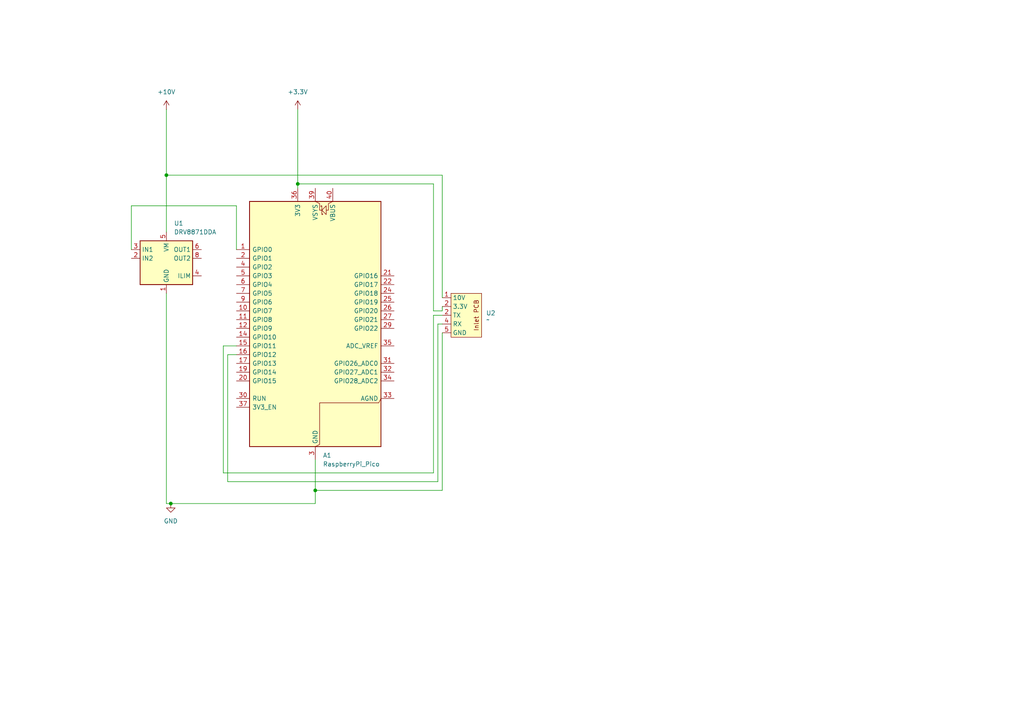
<source format=kicad_sch>
(kicad_sch
	(version 20231120)
	(generator "eeschema")
	(generator_version "8.0")
	(uuid "2fbca6e7-de40-4adb-a5c4-05e6bf35ce1d")
	(paper "A4")
	(lib_symbols
		(symbol "Driver_Motor:DRV8871DDA"
			(exclude_from_sim no)
			(in_bom yes)
			(on_board yes)
			(property "Reference" "U"
				(at -6.35 6.35 0)
				(effects
					(font
						(size 1.27 1.27)
					)
				)
			)
			(property "Value" "DRV8871DDA"
				(at 8.89 6.35 0)
				(effects
					(font
						(size 1.27 1.27)
					)
				)
			)
			(property "Footprint" "Package_SO:Texas_HTSOP-8-1EP_3.9x4.9mm_P1.27mm_EP2.95x4.9mm_Mask2.4x3.1mm_ThermalVias"
				(at 6.35 -1.27 0)
				(effects
					(font
						(size 1.27 1.27)
					)
					(hide yes)
				)
			)
			(property "Datasheet" "http://www.ti.com/lit/ds/symlink/drv8871.pdf"
				(at 6.35 -1.27 0)
				(effects
					(font
						(size 1.27 1.27)
					)
					(hide yes)
				)
			)
			(property "Description" "Brushed DC Motor Driver, PWM Control, 45V, 3.6A, Current limiting, HTSOP-8"
				(at 0 0 0)
				(effects
					(font
						(size 1.27 1.27)
					)
					(hide yes)
				)
			)
			(property "ki_keywords" "H-bridge driver motor current limit"
				(at 0 0 0)
				(effects
					(font
						(size 1.27 1.27)
					)
					(hide yes)
				)
			)
			(property "ki_fp_filters" "Texas*HTSOP*1EP*3.9x4.9mm*P1.27mm*EP2.95x4.9mm*Mask2.4x3.1mm*"
				(at 0 0 0)
				(effects
					(font
						(size 1.27 1.27)
					)
					(hide yes)
				)
			)
			(symbol "DRV8871DDA_0_1"
				(rectangle
					(start -7.62 5.08)
					(end 7.62 -7.62)
					(stroke
						(width 0.254)
						(type default)
					)
					(fill
						(type background)
					)
				)
			)
			(symbol "DRV8871DDA_1_1"
				(pin power_in line
					(at 0 -10.16 90)
					(length 2.54)
					(name "GND"
						(effects
							(font
								(size 1.27 1.27)
							)
						)
					)
					(number "1"
						(effects
							(font
								(size 1.27 1.27)
							)
						)
					)
				)
				(pin input line
					(at -10.16 0 0)
					(length 2.54)
					(name "IN2"
						(effects
							(font
								(size 1.27 1.27)
							)
						)
					)
					(number "2"
						(effects
							(font
								(size 1.27 1.27)
							)
						)
					)
				)
				(pin input line
					(at -10.16 2.54 0)
					(length 2.54)
					(name "IN1"
						(effects
							(font
								(size 1.27 1.27)
							)
						)
					)
					(number "3"
						(effects
							(font
								(size 1.27 1.27)
							)
						)
					)
				)
				(pin passive line
					(at 10.16 -5.08 180)
					(length 2.54)
					(name "ILIM"
						(effects
							(font
								(size 1.27 1.27)
							)
						)
					)
					(number "4"
						(effects
							(font
								(size 1.27 1.27)
							)
						)
					)
				)
				(pin power_in line
					(at 0 7.62 270)
					(length 2.54)
					(name "VM"
						(effects
							(font
								(size 1.27 1.27)
							)
						)
					)
					(number "5"
						(effects
							(font
								(size 1.27 1.27)
							)
						)
					)
				)
				(pin output line
					(at 10.16 2.54 180)
					(length 2.54)
					(name "OUT1"
						(effects
							(font
								(size 1.27 1.27)
							)
						)
					)
					(number "6"
						(effects
							(font
								(size 1.27 1.27)
							)
						)
					)
				)
				(pin passive line
					(at 0 -10.16 90)
					(length 2.54) hide
					(name "GND"
						(effects
							(font
								(size 1.27 1.27)
							)
						)
					)
					(number "7"
						(effects
							(font
								(size 1.27 1.27)
							)
						)
					)
				)
				(pin output line
					(at 10.16 0 180)
					(length 2.54)
					(name "OUT2"
						(effects
							(font
								(size 1.27 1.27)
							)
						)
					)
					(number "8"
						(effects
							(font
								(size 1.27 1.27)
							)
						)
					)
				)
				(pin passive line
					(at 0 -10.16 90)
					(length 2.54) hide
					(name "GND"
						(effects
							(font
								(size 1.27 1.27)
							)
						)
					)
					(number "9"
						(effects
							(font
								(size 1.27 1.27)
							)
						)
					)
				)
			)
		)
		(symbol "Inlet_PCV:Inlet_PCB_connector"
			(exclude_from_sim no)
			(in_bom yes)
			(on_board yes)
			(property "Reference" "U"
				(at 0 0 0)
				(effects
					(font
						(size 1.27 1.27)
					)
				)
			)
			(property "Value" ""
				(at 0 0 0)
				(effects
					(font
						(size 1.27 1.27)
					)
				)
			)
			(property "Footprint" ""
				(at 0 0 0)
				(effects
					(font
						(size 1.27 1.27)
					)
					(hide yes)
				)
			)
			(property "Datasheet" ""
				(at 0 0 0)
				(effects
					(font
						(size 1.27 1.27)
					)
					(hide yes)
				)
			)
			(property "Description" ""
				(at 0 0 0)
				(effects
					(font
						(size 1.27 1.27)
					)
					(hide yes)
				)
			)
			(symbol "Inlet_PCB_connector_0_1"
				(rectangle
					(start 2.54 6.35)
					(end 11.43 -6.35)
					(stroke
						(width 0)
						(type default)
					)
					(fill
						(type background)
					)
				)
			)
			(symbol "Inlet_PCB_connector_1_1"
				(text "Inlet PCB\n"
					(at 9.906 0 900)
					(effects
						(font
							(size 1.27 1.27)
						)
					)
				)
				(pin power_in line
					(at 0 5.08 0)
					(length 2.54)
					(name "10V"
						(effects
							(font
								(size 1.27 1.27)
							)
						)
					)
					(number "1"
						(effects
							(font
								(size 1.27 1.27)
							)
						)
					)
				)
				(pin power_in line
					(at 0 2.54 0)
					(length 2.54)
					(name "3.3V"
						(effects
							(font
								(size 1.27 1.27)
							)
						)
					)
					(number "2"
						(effects
							(font
								(size 1.27 1.27)
							)
						)
					)
				)
				(pin output line
					(at 0 0 0)
					(length 2.54)
					(name "TX"
						(effects
							(font
								(size 1.27 1.27)
							)
						)
					)
					(number "2"
						(effects
							(font
								(size 1.27 1.27)
							)
						)
					)
				)
				(pin input line
					(at 0 -2.54 0)
					(length 2.54)
					(name "RX"
						(effects
							(font
								(size 1.27 1.27)
							)
						)
					)
					(number "4"
						(effects
							(font
								(size 1.27 1.27)
							)
						)
					)
				)
				(pin power_in line
					(at 0 -5.08 0)
					(length 2.54)
					(name "GND"
						(effects
							(font
								(size 1.27 1.27)
							)
						)
					)
					(number "5"
						(effects
							(font
								(size 1.27 1.27)
							)
						)
					)
				)
			)
		)
		(symbol "MCU_Module_RaspberryPi_Pico:RaspberryPi_Pico"
			(pin_names
				(offset 0.762)
			)
			(exclude_from_sim no)
			(in_bom yes)
			(on_board yes)
			(property "Reference" "A"
				(at -19.05 38.1 0)
				(effects
					(font
						(size 1.27 1.27)
					)
					(justify left)
				)
			)
			(property "Value" "RaspberryPi_Pico"
				(at 7.62 38.1 0)
				(effects
					(font
						(size 1.27 1.27)
					)
					(justify left)
				)
			)
			(property "Footprint" "Module_RaspberryPi_Pico:RaspberryPi_Pico_Common"
				(at 0 -49.53 0)
				(effects
					(font
						(size 1.27 1.27)
					)
					(hide yes)
				)
			)
			(property "Datasheet" "https://datasheets.raspberrypi.com/pico/pico-datasheet.pdf"
				(at 0 -52.07 0)
				(effects
					(font
						(size 1.27 1.27)
					)
					(hide yes)
				)
			)
			(property "Description" "Versatile and inexpensive microcontroller module powered by RP2040 dual-core Arm Cortex-M0+ processor up to 133 MHz, 264kB SRAM, 2MB QSPI flash"
				(at 0 -54.61 0)
				(effects
					(font
						(size 1.27 1.27)
					)
					(hide yes)
				)
			)
			(property "ki_keywords" "Raspberry Pi Pico microcontroller module RP2040 M0+ usb"
				(at 0 0 0)
				(effects
					(font
						(size 1.27 1.27)
					)
					(hide yes)
				)
			)
			(property "ki_fp_filters" "RaspberryPi?Pico?Common* RaspberryPi?Pico?Original*"
				(at 0 0 0)
				(effects
					(font
						(size 1.27 1.27)
					)
					(hide yes)
				)
			)
			(symbol "RaspberryPi_Pico_0_1"
				(rectangle
					(start -19.05 36.83)
					(end 19.05 -34.29)
					(stroke
						(width 0.254)
						(type default)
					)
					(fill
						(type background)
					)
				)
				(polyline
					(pts
						(xy 0 36.83) (xy 1.27 36.195) (xy 1.27 34.29) (xy 1.905 34.29)
					)
					(stroke
						(width 0)
						(type default)
					)
					(fill
						(type none)
					)
				)
				(polyline
					(pts
						(xy 1.905 34.29) (xy 3.175 35.56) (xy 3.175 33.02) (xy 1.905 34.29)
					)
					(stroke
						(width 0)
						(type default)
					)
					(fill
						(type none)
					)
				)
				(polyline
					(pts
						(xy 5.08 36.83) (xy 3.81 36.195) (xy 3.81 34.29) (xy 3.175 34.29)
					)
					(stroke
						(width 0)
						(type default)
					)
					(fill
						(type none)
					)
				)
				(polyline
					(pts
						(xy 0 -34.29) (xy 1.27 -33.655) (xy 1.27 -21.59) (xy 18.415 -21.59) (xy 19.05 -20.32)
					)
					(stroke
						(width 0)
						(type default)
					)
					(fill
						(type none)
					)
				)
				(polyline
					(pts
						(xy 1.651 35.306) (xy 1.651 35.56) (xy 1.905 35.56) (xy 1.905 33.02) (xy 2.159 33.02) (xy 2.159 33.274)
					)
					(stroke
						(width 0)
						(type default)
					)
					(fill
						(type none)
					)
				)
			)
			(symbol "RaspberryPi_Pico_1_1"
				(pin bidirectional line
					(at -22.86 22.86 0)
					(length 3.81)
					(name "GPIO0"
						(effects
							(font
								(size 1.27 1.27)
							)
						)
					)
					(number "1"
						(effects
							(font
								(size 1.27 1.27)
							)
						)
					)
					(alternate "I2C0_SDA" bidirectional line)
					(alternate "PWM0_A" output line)
					(alternate "SPI0_RX" input line)
					(alternate "UART0_TX" output line)
					(alternate "USB_OVCUR_DET" input line)
				)
				(pin bidirectional line
					(at -22.86 5.08 0)
					(length 3.81)
					(name "GPIO7"
						(effects
							(font
								(size 1.27 1.27)
							)
						)
					)
					(number "10"
						(effects
							(font
								(size 1.27 1.27)
							)
						)
					)
					(alternate "I2C1_SCL" bidirectional clock)
					(alternate "PWM3_B" bidirectional line)
					(alternate "SPI0_TX" output line)
					(alternate "UART1_RTS" output line)
					(alternate "USB_VBUS_DET" input line)
				)
				(pin bidirectional line
					(at -22.86 2.54 0)
					(length 3.81)
					(name "GPIO8"
						(effects
							(font
								(size 1.27 1.27)
							)
						)
					)
					(number "11"
						(effects
							(font
								(size 1.27 1.27)
							)
						)
					)
					(alternate "I2C0_SDA" bidirectional line)
					(alternate "PWM4_A" output line)
					(alternate "SPI1_RX" input line)
					(alternate "UART1_TX" output line)
					(alternate "USB_VBUS_EN" output line)
				)
				(pin bidirectional line
					(at -22.86 0 0)
					(length 3.81)
					(name "GPIO9"
						(effects
							(font
								(size 1.27 1.27)
							)
						)
					)
					(number "12"
						(effects
							(font
								(size 1.27 1.27)
							)
						)
					)
					(alternate "I2C0_SCL" bidirectional clock)
					(alternate "PWM4_B" bidirectional line)
					(alternate "UART1_RX" input line)
					(alternate "USB_OVCUR_DET" input line)
					(alternate "~{SPI1_CSn}" bidirectional line)
				)
				(pin passive line
					(at 0 -38.1 90)
					(length 3.81) hide
					(name "GND"
						(effects
							(font
								(size 1.27 1.27)
							)
						)
					)
					(number "13"
						(effects
							(font
								(size 1.27 1.27)
							)
						)
					)
				)
				(pin bidirectional line
					(at -22.86 -2.54 0)
					(length 3.81)
					(name "GPIO10"
						(effects
							(font
								(size 1.27 1.27)
							)
						)
					)
					(number "14"
						(effects
							(font
								(size 1.27 1.27)
							)
						)
					)
					(alternate "I2C1_SDA" bidirectional line)
					(alternate "PWM5_A" output line)
					(alternate "SPI1_SCK" bidirectional clock)
					(alternate "UART1_CTS" input line)
					(alternate "USB_VBUS_DET" input line)
				)
				(pin bidirectional line
					(at -22.86 -5.08 0)
					(length 3.81)
					(name "GPIO11"
						(effects
							(font
								(size 1.27 1.27)
							)
						)
					)
					(number "15"
						(effects
							(font
								(size 1.27 1.27)
							)
						)
					)
					(alternate "I2C1_SCL" bidirectional clock)
					(alternate "PWM5_B" bidirectional line)
					(alternate "SPI1_TX" output line)
					(alternate "UART1_RTS" output line)
					(alternate "USB_VBUS_EN" output line)
				)
				(pin bidirectional line
					(at -22.86 -7.62 0)
					(length 3.81)
					(name "GPIO12"
						(effects
							(font
								(size 1.27 1.27)
							)
						)
					)
					(number "16"
						(effects
							(font
								(size 1.27 1.27)
							)
						)
					)
					(alternate "I2C0_SDA" bidirectional line)
					(alternate "PWM6_A" output line)
					(alternate "SPI1_RX" input line)
					(alternate "UART0_TX" output line)
					(alternate "USB_OVCUR_DET" input line)
				)
				(pin bidirectional line
					(at -22.86 -10.16 0)
					(length 3.81)
					(name "GPIO13"
						(effects
							(font
								(size 1.27 1.27)
							)
						)
					)
					(number "17"
						(effects
							(font
								(size 1.27 1.27)
							)
						)
					)
					(alternate "I2C0_SCL" bidirectional clock)
					(alternate "PWM6_B" bidirectional line)
					(alternate "UART0_RX" input line)
					(alternate "USB_VBUS_DET" input line)
					(alternate "~{SPI1_CSn}" bidirectional line)
				)
				(pin passive line
					(at 0 -38.1 90)
					(length 3.81) hide
					(name "GND"
						(effects
							(font
								(size 1.27 1.27)
							)
						)
					)
					(number "18"
						(effects
							(font
								(size 1.27 1.27)
							)
						)
					)
				)
				(pin bidirectional line
					(at -22.86 -12.7 0)
					(length 3.81)
					(name "GPIO14"
						(effects
							(font
								(size 1.27 1.27)
							)
						)
					)
					(number "19"
						(effects
							(font
								(size 1.27 1.27)
							)
						)
					)
					(alternate "I2C1_SDA" bidirectional line)
					(alternate "PWM7_A" output line)
					(alternate "SPI1_SCK" bidirectional clock)
					(alternate "UART0_CTS" input line)
					(alternate "USB_VBUS_EN" output line)
				)
				(pin bidirectional line
					(at -22.86 20.32 0)
					(length 3.81)
					(name "GPIO1"
						(effects
							(font
								(size 1.27 1.27)
							)
						)
					)
					(number "2"
						(effects
							(font
								(size 1.27 1.27)
							)
						)
					)
					(alternate "I2C0_SCL" bidirectional clock)
					(alternate "PWM0_B" bidirectional line)
					(alternate "UART0_RX" input line)
					(alternate "USB_VBUS_DET" passive line)
					(alternate "~{SPI0_CSn}" bidirectional line)
				)
				(pin bidirectional line
					(at -22.86 -15.24 0)
					(length 3.81)
					(name "GPIO15"
						(effects
							(font
								(size 1.27 1.27)
							)
						)
					)
					(number "20"
						(effects
							(font
								(size 1.27 1.27)
							)
						)
					)
					(alternate "I2C1_SCL" bidirectional clock)
					(alternate "PWM7_B" bidirectional line)
					(alternate "SPI1_TX" output line)
					(alternate "UART0_RTS" output line)
					(alternate "USB_OVCUR_DET" input line)
				)
				(pin bidirectional line
					(at 22.86 15.24 180)
					(length 3.81)
					(name "GPIO16"
						(effects
							(font
								(size 1.27 1.27)
							)
						)
					)
					(number "21"
						(effects
							(font
								(size 1.27 1.27)
							)
						)
					)
					(alternate "I2C0_SDA" bidirectional line)
					(alternate "PWM0_A" output line)
					(alternate "SPI0_RX" input line)
					(alternate "UART0_TX" output line)
					(alternate "USB_VBUS_DET" input line)
				)
				(pin bidirectional line
					(at 22.86 12.7 180)
					(length 3.81)
					(name "GPIO17"
						(effects
							(font
								(size 1.27 1.27)
							)
						)
					)
					(number "22"
						(effects
							(font
								(size 1.27 1.27)
							)
						)
					)
					(alternate "I2C0_SCL" bidirectional clock)
					(alternate "PWM0_B" bidirectional line)
					(alternate "UART0_RX" input line)
					(alternate "USB_VBUS_EN" output line)
					(alternate "~{SPI0_CSn}" bidirectional line)
				)
				(pin passive line
					(at 0 -38.1 90)
					(length 3.81) hide
					(name "GND"
						(effects
							(font
								(size 1.27 1.27)
							)
						)
					)
					(number "23"
						(effects
							(font
								(size 1.27 1.27)
							)
						)
					)
				)
				(pin bidirectional line
					(at 22.86 10.16 180)
					(length 3.81)
					(name "GPIO18"
						(effects
							(font
								(size 1.27 1.27)
							)
						)
					)
					(number "24"
						(effects
							(font
								(size 1.27 1.27)
							)
						)
					)
					(alternate "I2C1_SDA" bidirectional line)
					(alternate "PWM1_A" output line)
					(alternate "SPI0_SCK" bidirectional clock)
					(alternate "UART0_CTS" input line)
					(alternate "USB_OVCUR_DET" input line)
				)
				(pin bidirectional line
					(at 22.86 7.62 180)
					(length 3.81)
					(name "GPIO19"
						(effects
							(font
								(size 1.27 1.27)
							)
						)
					)
					(number "25"
						(effects
							(font
								(size 1.27 1.27)
							)
						)
					)
					(alternate "I2C1_SCL" bidirectional clock)
					(alternate "PWM1_B" bidirectional line)
					(alternate "SPI0_TX" output line)
					(alternate "UART0_RTS" output line)
					(alternate "USB_VBUS_DET" input line)
				)
				(pin bidirectional line
					(at 22.86 5.08 180)
					(length 3.81)
					(name "GPIO20"
						(effects
							(font
								(size 1.27 1.27)
							)
						)
					)
					(number "26"
						(effects
							(font
								(size 1.27 1.27)
							)
						)
					)
					(alternate "CLOCK_GPIN0" input clock)
					(alternate "I2C0_SDA" bidirectional line)
					(alternate "PWM2_A" output line)
					(alternate "SPI0_RX" input line)
					(alternate "UART1_TX" output line)
					(alternate "USB_VBUS_EN" output line)
				)
				(pin bidirectional line
					(at 22.86 2.54 180)
					(length 3.81)
					(name "GPIO21"
						(effects
							(font
								(size 1.27 1.27)
							)
						)
					)
					(number "27"
						(effects
							(font
								(size 1.27 1.27)
							)
						)
					)
					(alternate "CLOCK_GPOUT0" output clock)
					(alternate "I2C0_SCL" bidirectional clock)
					(alternate "PWM2_B" bidirectional line)
					(alternate "UART1_RX" input line)
					(alternate "USB_OVCUR_DET" input line)
					(alternate "~{SPI0_CSn}" bidirectional line)
				)
				(pin passive line
					(at 0 -38.1 90)
					(length 3.81) hide
					(name "GND"
						(effects
							(font
								(size 1.27 1.27)
							)
						)
					)
					(number "28"
						(effects
							(font
								(size 1.27 1.27)
							)
						)
					)
				)
				(pin bidirectional line
					(at 22.86 0 180)
					(length 3.81)
					(name "GPIO22"
						(effects
							(font
								(size 1.27 1.27)
							)
						)
					)
					(number "29"
						(effects
							(font
								(size 1.27 1.27)
							)
						)
					)
					(alternate "CLOCK_GPIN1" input clock)
					(alternate "I2C1_SDA" bidirectional line)
					(alternate "PWM3_A" output line)
					(alternate "SPI0_SCK" bidirectional clock)
					(alternate "UART1_CTS" input line)
					(alternate "USB_VBUS_DET" input line)
				)
				(pin power_out line
					(at 0 -38.1 90)
					(length 3.81)
					(name "GND"
						(effects
							(font
								(size 1.27 1.27)
							)
						)
					)
					(number "3"
						(effects
							(font
								(size 1.27 1.27)
							)
						)
					)
					(alternate "GND_IN" power_in line)
				)
				(pin input line
					(at -22.86 -20.32 0)
					(length 3.81)
					(name "RUN"
						(effects
							(font
								(size 1.27 1.27)
							)
						)
					)
					(number "30"
						(effects
							(font
								(size 1.27 1.27)
							)
						)
					)
					(alternate "~{RESET}" input line)
				)
				(pin bidirectional line
					(at 22.86 -10.16 180)
					(length 3.81)
					(name "GPIO26_ADC0"
						(effects
							(font
								(size 1.27 1.27)
							)
						)
					)
					(number "31"
						(effects
							(font
								(size 1.27 1.27)
							)
						)
					)
					(alternate "ADC0" input line)
					(alternate "GPIO26" bidirectional line)
					(alternate "I2C1_SDA" bidirectional line)
					(alternate "PWM5_A" output line)
					(alternate "SPI1_SCK" bidirectional clock)
					(alternate "UART1_CTS" input line)
					(alternate "USB_VBUS_EN" output line)
				)
				(pin bidirectional line
					(at 22.86 -12.7 180)
					(length 3.81)
					(name "GPIO27_ADC1"
						(effects
							(font
								(size 1.27 1.27)
							)
						)
					)
					(number "32"
						(effects
							(font
								(size 1.27 1.27)
							)
						)
					)
					(alternate "ADC1" input line)
					(alternate "GPIO27" bidirectional line)
					(alternate "I2C1_SCL" bidirectional clock)
					(alternate "PWM5_B" bidirectional line)
					(alternate "SPI1_TX" output line)
					(alternate "UART1_RTS" output line)
					(alternate "USB_OVCUR_DET" input line)
				)
				(pin power_out line
					(at 22.86 -20.32 180)
					(length 3.81)
					(name "AGND"
						(effects
							(font
								(size 1.27 1.27)
							)
						)
					)
					(number "33"
						(effects
							(font
								(size 1.27 1.27)
							)
						)
					)
					(alternate "GND" passive line)
				)
				(pin bidirectional line
					(at 22.86 -15.24 180)
					(length 3.81)
					(name "GPIO28_ADC2"
						(effects
							(font
								(size 1.27 1.27)
							)
						)
					)
					(number "34"
						(effects
							(font
								(size 1.27 1.27)
							)
						)
					)
					(alternate "ADC2" input line)
					(alternate "GPIO28" bidirectional line)
					(alternate "I2C0_SDA" bidirectional line)
					(alternate "PWM6_A" output line)
					(alternate "SPI1_RX" input line)
					(alternate "UART0_TX" output line)
					(alternate "USB_VBUS_DET" input line)
				)
				(pin power_in line
					(at 22.86 -5.08 180)
					(length 3.81)
					(name "ADC_VREF"
						(effects
							(font
								(size 1.27 1.27)
							)
						)
					)
					(number "35"
						(effects
							(font
								(size 1.27 1.27)
							)
						)
					)
				)
				(pin power_out line
					(at -5.08 40.64 270)
					(length 3.81)
					(name "3V3"
						(effects
							(font
								(size 1.27 1.27)
							)
						)
					)
					(number "36"
						(effects
							(font
								(size 1.27 1.27)
							)
						)
					)
				)
				(pin input line
					(at -22.86 -22.86 0)
					(length 3.81)
					(name "3V3_EN"
						(effects
							(font
								(size 1.27 1.27)
							)
						)
					)
					(number "37"
						(effects
							(font
								(size 1.27 1.27)
							)
						)
					)
					(alternate "~{3V3_DISABLE}" input line)
				)
				(pin passive line
					(at 0 -38.1 90)
					(length 3.81) hide
					(name "GND"
						(effects
							(font
								(size 1.27 1.27)
							)
						)
					)
					(number "38"
						(effects
							(font
								(size 1.27 1.27)
							)
						)
					)
				)
				(pin power_in line
					(at 0 40.64 270)
					(length 3.81)
					(name "VSYS"
						(effects
							(font
								(size 1.27 1.27)
							)
						)
					)
					(number "39"
						(effects
							(font
								(size 1.27 1.27)
							)
						)
					)
					(alternate "VSYS_IN" power_in line)
					(alternate "VSYS_OUT" power_out line)
				)
				(pin bidirectional line
					(at -22.86 17.78 0)
					(length 3.81)
					(name "GPIO2"
						(effects
							(font
								(size 1.27 1.27)
							)
						)
					)
					(number "4"
						(effects
							(font
								(size 1.27 1.27)
							)
						)
					)
					(alternate "I2C1_SDA" bidirectional line)
					(alternate "PWM1_A" output line)
					(alternate "SPI0_SCK" bidirectional clock)
					(alternate "UART0_CTS" input line)
					(alternate "USB_VBUS_DET" input line)
				)
				(pin power_out line
					(at 5.08 40.64 270)
					(length 3.81)
					(name "VBUS"
						(effects
							(font
								(size 1.27 1.27)
							)
						)
					)
					(number "40"
						(effects
							(font
								(size 1.27 1.27)
							)
						)
					)
					(alternate "VBUS_HOST" power_in line)
				)
				(pin bidirectional line
					(at -22.86 15.24 0)
					(length 3.81)
					(name "GPIO3"
						(effects
							(font
								(size 1.27 1.27)
							)
						)
					)
					(number "5"
						(effects
							(font
								(size 1.27 1.27)
							)
						)
					)
					(alternate "I2C1_SCL" bidirectional clock)
					(alternate "PWM1_B" bidirectional line)
					(alternate "SPI0_TX" output line)
					(alternate "UART0_RTS" output line)
					(alternate "USB_OVCUR_DET" input line)
				)
				(pin bidirectional line
					(at -22.86 12.7 0)
					(length 3.81)
					(name "GPIO4"
						(effects
							(font
								(size 1.27 1.27)
							)
						)
					)
					(number "6"
						(effects
							(font
								(size 1.27 1.27)
							)
						)
					)
					(alternate "I2C0_SDA" bidirectional line)
					(alternate "PWM2_A" output line)
					(alternate "SPI0_RX" input line)
					(alternate "UART1_TX" output line)
					(alternate "USB_VBUS_DET" input line)
				)
				(pin bidirectional line
					(at -22.86 10.16 0)
					(length 3.81)
					(name "GPIO5"
						(effects
							(font
								(size 1.27 1.27)
							)
						)
					)
					(number "7"
						(effects
							(font
								(size 1.27 1.27)
							)
						)
					)
					(alternate "I2C0_SCL" bidirectional clock)
					(alternate "PWM2_B" bidirectional line)
					(alternate "UART1_RX" input line)
					(alternate "USB_VBUS_EN" output line)
					(alternate "~{SPI0_CSn}" bidirectional line)
				)
				(pin passive line
					(at 0 -38.1 90)
					(length 3.81) hide
					(name "GND"
						(effects
							(font
								(size 1.27 1.27)
							)
						)
					)
					(number "8"
						(effects
							(font
								(size 1.27 1.27)
							)
						)
					)
				)
				(pin bidirectional line
					(at -22.86 7.62 0)
					(length 3.81)
					(name "GPIO6"
						(effects
							(font
								(size 1.27 1.27)
							)
						)
					)
					(number "9"
						(effects
							(font
								(size 1.27 1.27)
							)
						)
					)
					(alternate "I2C1_SDA" bidirectional line)
					(alternate "PWM3_A" output line)
					(alternate "SPI0_SCK" bidirectional clock)
					(alternate "UART1_CTS" input line)
					(alternate "USB_OVCUR_DET" input line)
				)
			)
		)
		(symbol "power:+10V"
			(power)
			(pin_numbers hide)
			(pin_names
				(offset 0) hide)
			(exclude_from_sim no)
			(in_bom yes)
			(on_board yes)
			(property "Reference" "#PWR"
				(at 0 -3.81 0)
				(effects
					(font
						(size 1.27 1.27)
					)
					(hide yes)
				)
			)
			(property "Value" "+10V"
				(at 0 3.556 0)
				(effects
					(font
						(size 1.27 1.27)
					)
				)
			)
			(property "Footprint" ""
				(at 0 0 0)
				(effects
					(font
						(size 1.27 1.27)
					)
					(hide yes)
				)
			)
			(property "Datasheet" ""
				(at 0 0 0)
				(effects
					(font
						(size 1.27 1.27)
					)
					(hide yes)
				)
			)
			(property "Description" "Power symbol creates a global label with name \"+10V\""
				(at 0 0 0)
				(effects
					(font
						(size 1.27 1.27)
					)
					(hide yes)
				)
			)
			(property "ki_keywords" "global power"
				(at 0 0 0)
				(effects
					(font
						(size 1.27 1.27)
					)
					(hide yes)
				)
			)
			(symbol "+10V_0_1"
				(polyline
					(pts
						(xy -0.762 1.27) (xy 0 2.54)
					)
					(stroke
						(width 0)
						(type default)
					)
					(fill
						(type none)
					)
				)
				(polyline
					(pts
						(xy 0 0) (xy 0 2.54)
					)
					(stroke
						(width 0)
						(type default)
					)
					(fill
						(type none)
					)
				)
				(polyline
					(pts
						(xy 0 2.54) (xy 0.762 1.27)
					)
					(stroke
						(width 0)
						(type default)
					)
					(fill
						(type none)
					)
				)
			)
			(symbol "+10V_1_1"
				(pin power_in line
					(at 0 0 90)
					(length 0)
					(name "~"
						(effects
							(font
								(size 1.27 1.27)
							)
						)
					)
					(number "1"
						(effects
							(font
								(size 1.27 1.27)
							)
						)
					)
				)
			)
		)
		(symbol "power:+3.3V"
			(power)
			(pin_numbers hide)
			(pin_names
				(offset 0) hide)
			(exclude_from_sim no)
			(in_bom yes)
			(on_board yes)
			(property "Reference" "#PWR"
				(at 0 -3.81 0)
				(effects
					(font
						(size 1.27 1.27)
					)
					(hide yes)
				)
			)
			(property "Value" "+3.3V"
				(at 0 3.556 0)
				(effects
					(font
						(size 1.27 1.27)
					)
				)
			)
			(property "Footprint" ""
				(at 0 0 0)
				(effects
					(font
						(size 1.27 1.27)
					)
					(hide yes)
				)
			)
			(property "Datasheet" ""
				(at 0 0 0)
				(effects
					(font
						(size 1.27 1.27)
					)
					(hide yes)
				)
			)
			(property "Description" "Power symbol creates a global label with name \"+3.3V\""
				(at 0 0 0)
				(effects
					(font
						(size 1.27 1.27)
					)
					(hide yes)
				)
			)
			(property "ki_keywords" "global power"
				(at 0 0 0)
				(effects
					(font
						(size 1.27 1.27)
					)
					(hide yes)
				)
			)
			(symbol "+3.3V_0_1"
				(polyline
					(pts
						(xy -0.762 1.27) (xy 0 2.54)
					)
					(stroke
						(width 0)
						(type default)
					)
					(fill
						(type none)
					)
				)
				(polyline
					(pts
						(xy 0 0) (xy 0 2.54)
					)
					(stroke
						(width 0)
						(type default)
					)
					(fill
						(type none)
					)
				)
				(polyline
					(pts
						(xy 0 2.54) (xy 0.762 1.27)
					)
					(stroke
						(width 0)
						(type default)
					)
					(fill
						(type none)
					)
				)
			)
			(symbol "+3.3V_1_1"
				(pin power_in line
					(at 0 0 90)
					(length 0)
					(name "~"
						(effects
							(font
								(size 1.27 1.27)
							)
						)
					)
					(number "1"
						(effects
							(font
								(size 1.27 1.27)
							)
						)
					)
				)
			)
		)
		(symbol "power:GND"
			(power)
			(pin_numbers hide)
			(pin_names
				(offset 0) hide)
			(exclude_from_sim no)
			(in_bom yes)
			(on_board yes)
			(property "Reference" "#PWR"
				(at 0 -6.35 0)
				(effects
					(font
						(size 1.27 1.27)
					)
					(hide yes)
				)
			)
			(property "Value" "GND"
				(at 0 -3.81 0)
				(effects
					(font
						(size 1.27 1.27)
					)
				)
			)
			(property "Footprint" ""
				(at 0 0 0)
				(effects
					(font
						(size 1.27 1.27)
					)
					(hide yes)
				)
			)
			(property "Datasheet" ""
				(at 0 0 0)
				(effects
					(font
						(size 1.27 1.27)
					)
					(hide yes)
				)
			)
			(property "Description" "Power symbol creates a global label with name \"GND\" , ground"
				(at 0 0 0)
				(effects
					(font
						(size 1.27 1.27)
					)
					(hide yes)
				)
			)
			(property "ki_keywords" "global power"
				(at 0 0 0)
				(effects
					(font
						(size 1.27 1.27)
					)
					(hide yes)
				)
			)
			(symbol "GND_0_1"
				(polyline
					(pts
						(xy 0 0) (xy 0 -1.27) (xy 1.27 -1.27) (xy 0 -2.54) (xy -1.27 -1.27) (xy 0 -1.27)
					)
					(stroke
						(width 0)
						(type default)
					)
					(fill
						(type none)
					)
				)
			)
			(symbol "GND_1_1"
				(pin power_in line
					(at 0 0 270)
					(length 0)
					(name "~"
						(effects
							(font
								(size 1.27 1.27)
							)
						)
					)
					(number "1"
						(effects
							(font
								(size 1.27 1.27)
							)
						)
					)
				)
			)
		)
	)
	(junction
		(at 48.26 50.8)
		(diameter 0)
		(color 0 0 0 0)
		(uuid "6256e13e-6b74-4eb2-94fc-2bba228ee8ec")
	)
	(junction
		(at 86.36 53.34)
		(diameter 0)
		(color 0 0 0 0)
		(uuid "78a67758-8f14-4c31-9ac5-e3edc1e147d5")
	)
	(junction
		(at 49.53 146.05)
		(diameter 0)
		(color 0 0 0 0)
		(uuid "b3c2d015-2157-4730-9a81-cb16ddc08b69")
	)
	(junction
		(at 91.44 142.24)
		(diameter 0)
		(color 0 0 0 0)
		(uuid "ea055561-09bc-4ebb-a678-c5365f0f1f3f")
	)
	(wire
		(pts
			(xy 128.27 88.9) (xy 128.27 90.17)
		)
		(stroke
			(width 0)
			(type default)
		)
		(uuid "08a4e5a5-bffa-4c0c-8ecd-7a1c210b12c7")
	)
	(wire
		(pts
			(xy 128.27 90.17) (xy 125.73 90.17)
		)
		(stroke
			(width 0)
			(type default)
		)
		(uuid "0cc74c92-e0fd-4230-ba5c-91109ef77129")
	)
	(wire
		(pts
			(xy 38.1 59.69) (xy 38.1 72.39)
		)
		(stroke
			(width 0)
			(type default)
		)
		(uuid "19030cbc-f780-48b1-a07f-4554edfc3248")
	)
	(wire
		(pts
			(xy 68.58 72.39) (xy 68.58 59.69)
		)
		(stroke
			(width 0)
			(type default)
		)
		(uuid "24e2cfe0-c8c5-4fcc-a916-2180ac6b001e")
	)
	(wire
		(pts
			(xy 48.26 85.09) (xy 48.26 146.05)
		)
		(stroke
			(width 0)
			(type default)
		)
		(uuid "2aaedde4-82d2-4a49-aa25-811de8d2cb86")
	)
	(wire
		(pts
			(xy 64.77 137.16) (xy 64.77 100.33)
		)
		(stroke
			(width 0)
			(type default)
		)
		(uuid "309fd3df-13b7-4918-9d99-9bd302dd4d88")
	)
	(wire
		(pts
			(xy 48.26 50.8) (xy 48.26 67.31)
		)
		(stroke
			(width 0)
			(type default)
		)
		(uuid "36494630-08a5-4ef3-86a5-2f41f4e20732")
	)
	(wire
		(pts
			(xy 86.36 31.75) (xy 86.36 53.34)
		)
		(stroke
			(width 0)
			(type default)
		)
		(uuid "3c1e5148-4322-4375-8848-2734931e624f")
	)
	(wire
		(pts
			(xy 91.44 142.24) (xy 91.44 146.05)
		)
		(stroke
			(width 0)
			(type default)
		)
		(uuid "3c2c773d-affa-4f1d-b93e-77d04a199f04")
	)
	(wire
		(pts
			(xy 128.27 96.52) (xy 128.27 142.24)
		)
		(stroke
			(width 0)
			(type default)
		)
		(uuid "41897532-e0cc-45a6-91ac-7a9d5377b638")
	)
	(wire
		(pts
			(xy 48.26 146.05) (xy 49.53 146.05)
		)
		(stroke
			(width 0)
			(type default)
		)
		(uuid "41f12479-2d9e-4695-8760-bce0008d41bc")
	)
	(wire
		(pts
			(xy 128.27 86.36) (xy 128.27 50.8)
		)
		(stroke
			(width 0)
			(type default)
		)
		(uuid "424a636a-3b9f-4493-89c2-0f4b6b98598b")
	)
	(wire
		(pts
			(xy 91.44 146.05) (xy 49.53 146.05)
		)
		(stroke
			(width 0)
			(type default)
		)
		(uuid "513b41fe-a4d5-48d8-97ba-3cce27dcff2b")
	)
	(wire
		(pts
			(xy 125.73 137.16) (xy 64.77 137.16)
		)
		(stroke
			(width 0)
			(type default)
		)
		(uuid "52d8c1e6-fcd4-4134-aac1-f3def4189f57")
	)
	(wire
		(pts
			(xy 86.36 53.34) (xy 125.73 53.34)
		)
		(stroke
			(width 0)
			(type default)
		)
		(uuid "53731a99-4dee-4b8c-b027-0c3180b120e3")
	)
	(wire
		(pts
			(xy 125.73 90.17) (xy 125.73 53.34)
		)
		(stroke
			(width 0)
			(type default)
		)
		(uuid "54f51dcf-8065-460d-8825-f975647aa722")
	)
	(wire
		(pts
			(xy 128.27 142.24) (xy 91.44 142.24)
		)
		(stroke
			(width 0)
			(type default)
		)
		(uuid "621f3a03-befe-4d18-8277-e3f24cdf5caa")
	)
	(wire
		(pts
			(xy 68.58 59.69) (xy 38.1 59.69)
		)
		(stroke
			(width 0)
			(type default)
		)
		(uuid "731e7c48-3472-41c0-ba1a-6097f9519afc")
	)
	(wire
		(pts
			(xy 127 93.98) (xy 127 139.7)
		)
		(stroke
			(width 0)
			(type default)
		)
		(uuid "7661c8f7-d56a-4c4e-906b-77a3283aa6a6")
	)
	(wire
		(pts
			(xy 48.26 31.75) (xy 48.26 50.8)
		)
		(stroke
			(width 0)
			(type default)
		)
		(uuid "773c2618-7e5d-4afb-8670-e0c09e8814fe")
	)
	(wire
		(pts
			(xy 125.73 91.44) (xy 128.27 91.44)
		)
		(stroke
			(width 0)
			(type default)
		)
		(uuid "7b95f6e6-c336-425c-b1ba-99d984995cd8")
	)
	(wire
		(pts
			(xy 64.77 100.33) (xy 68.58 100.33)
		)
		(stroke
			(width 0)
			(type default)
		)
		(uuid "815b047d-4105-492d-87e2-3a6cbc6414f0")
	)
	(wire
		(pts
			(xy 66.04 139.7) (xy 66.04 102.87)
		)
		(stroke
			(width 0)
			(type default)
		)
		(uuid "8f84a8d1-ee60-4e46-9014-b192be25c47b")
	)
	(wire
		(pts
			(xy 127 139.7) (xy 66.04 139.7)
		)
		(stroke
			(width 0)
			(type default)
		)
		(uuid "ac839698-254e-4107-ac95-fe55c3797d7f")
	)
	(wire
		(pts
			(xy 48.26 50.8) (xy 128.27 50.8)
		)
		(stroke
			(width 0)
			(type default)
		)
		(uuid "affb5ea8-7eac-476d-ba25-8f3536b63707")
	)
	(wire
		(pts
			(xy 128.27 93.98) (xy 127 93.98)
		)
		(stroke
			(width 0)
			(type default)
		)
		(uuid "cb757f1a-3780-46e3-8875-e77f3246c2ae")
	)
	(wire
		(pts
			(xy 125.73 137.16) (xy 125.73 91.44)
		)
		(stroke
			(width 0)
			(type default)
		)
		(uuid "cc9e9605-c5b0-4bc5-9301-a4d2758aa451")
	)
	(wire
		(pts
			(xy 66.04 102.87) (xy 68.58 102.87)
		)
		(stroke
			(width 0)
			(type default)
		)
		(uuid "cd5c8de5-709e-40fc-b7af-d472310d6c27")
	)
	(wire
		(pts
			(xy 91.44 133.35) (xy 91.44 142.24)
		)
		(stroke
			(width 0)
			(type default)
		)
		(uuid "f728a29b-126f-4c3e-a096-0454cbbe478e")
	)
	(wire
		(pts
			(xy 86.36 53.34) (xy 86.36 54.61)
		)
		(stroke
			(width 0)
			(type default)
		)
		(uuid "fb65c967-5126-4533-bfc4-04809c17229e")
	)
	(symbol
		(lib_id "Inlet_PCV:Inlet_PCB_connector")
		(at 128.27 91.44 0)
		(unit 1)
		(exclude_from_sim no)
		(in_bom yes)
		(on_board yes)
		(dnp no)
		(fields_autoplaced yes)
		(uuid "02712883-fb06-42a4-b957-9d20d6e63415")
		(property "Reference" "U2"
			(at 140.97 90.8049 0)
			(effects
				(font
					(size 1.27 1.27)
				)
				(justify left)
			)
		)
		(property "Value" "~"
			(at 140.97 92.71 0)
			(effects
				(font
					(size 1.27 1.27)
				)
				(justify left)
			)
		)
		(property "Footprint" "Inlet_PCB_connector:Inlet_PCB"
			(at 128.27 91.44 0)
			(effects
				(font
					(size 1.27 1.27)
				)
				(hide yes)
			)
		)
		(property "Datasheet" ""
			(at 128.27 91.44 0)
			(effects
				(font
					(size 1.27 1.27)
				)
				(hide yes)
			)
		)
		(property "Description" ""
			(at 128.27 91.44 0)
			(effects
				(font
					(size 1.27 1.27)
				)
				(hide yes)
			)
		)
		(pin "1"
			(uuid "a0350a4f-f0eb-43eb-b461-68ef83f8332e")
		)
		(pin "5"
			(uuid "0f899353-f05c-4861-a52e-c716cbef8154")
		)
		(pin "2"
			(uuid "de2ff3fb-d1f2-4ea4-91f3-7b89278dfc22")
		)
		(pin "2"
			(uuid "6950432c-ab05-4d5b-b52d-29f94eb58c9f")
		)
		(pin "4"
			(uuid "d1e99dca-e64d-4d36-9e71-20838edef00f")
		)
		(instances
			(project ""
				(path "/2fbca6e7-de40-4adb-a5c4-05e6bf35ce1d"
					(reference "U2")
					(unit 1)
				)
			)
		)
	)
	(symbol
		(lib_id "power:GND")
		(at 49.53 146.05 0)
		(unit 1)
		(exclude_from_sim no)
		(in_bom yes)
		(on_board yes)
		(dnp no)
		(fields_autoplaced yes)
		(uuid "137490e5-cc9b-4d80-8a84-0c83377433b7")
		(property "Reference" "#PWR02"
			(at 49.53 152.4 0)
			(effects
				(font
					(size 1.27 1.27)
				)
				(hide yes)
			)
		)
		(property "Value" "GND"
			(at 49.53 151.13 0)
			(effects
				(font
					(size 1.27 1.27)
				)
			)
		)
		(property "Footprint" ""
			(at 49.53 146.05 0)
			(effects
				(font
					(size 1.27 1.27)
				)
				(hide yes)
			)
		)
		(property "Datasheet" ""
			(at 49.53 146.05 0)
			(effects
				(font
					(size 1.27 1.27)
				)
				(hide yes)
			)
		)
		(property "Description" "Power symbol creates a global label with name \"GND\" , ground"
			(at 49.53 146.05 0)
			(effects
				(font
					(size 1.27 1.27)
				)
				(hide yes)
			)
		)
		(pin "1"
			(uuid "640d63d9-97c9-479a-98e3-21af94f8bef9")
		)
		(instances
			(project ""
				(path "/2fbca6e7-de40-4adb-a5c4-05e6bf35ce1d"
					(reference "#PWR02")
					(unit 1)
				)
			)
		)
	)
	(symbol
		(lib_id "Driver_Motor:DRV8871DDA")
		(at 48.26 74.93 0)
		(unit 1)
		(exclude_from_sim no)
		(in_bom yes)
		(on_board yes)
		(dnp no)
		(fields_autoplaced yes)
		(uuid "3fa2e711-a45a-424e-aa12-bbf374b49c90")
		(property "Reference" "U1"
			(at 50.4541 64.77 0)
			(effects
				(font
					(size 1.27 1.27)
				)
				(justify left)
			)
		)
		(property "Value" "DRV8871DDA"
			(at 50.4541 67.31 0)
			(effects
				(font
					(size 1.27 1.27)
				)
				(justify left)
			)
		)
		(property "Footprint" "Package_SO:Texas_HTSOP-8-1EP_3.9x4.9mm_P1.27mm_EP2.95x4.9mm_Mask2.4x3.1mm_ThermalVias"
			(at 54.61 76.2 0)
			(effects
				(font
					(size 1.27 1.27)
				)
				(hide yes)
			)
		)
		(property "Datasheet" "http://www.ti.com/lit/ds/symlink/drv8871.pdf"
			(at 54.61 76.2 0)
			(effects
				(font
					(size 1.27 1.27)
				)
				(hide yes)
			)
		)
		(property "Description" "Brushed DC Motor Driver, PWM Control, 45V, 3.6A, Current limiting, HTSOP-8"
			(at 48.26 74.93 0)
			(effects
				(font
					(size 1.27 1.27)
				)
				(hide yes)
			)
		)
		(pin "2"
			(uuid "26a91f9d-d201-4563-88b5-20243aaaabf7")
		)
		(pin "4"
			(uuid "4196e0d9-ab48-4acf-b696-d5b879559c30")
		)
		(pin "5"
			(uuid "f89f7785-caf6-4d95-8edd-c1cf56424035")
		)
		(pin "8"
			(uuid "01f1f34b-d107-4c08-ac61-a2f82055277b")
		)
		(pin "3"
			(uuid "799b7faa-ac3c-458e-ac98-535c1bbfbcb3")
		)
		(pin "7"
			(uuid "7a40f8b1-c8ac-4450-a90e-278fceca7f09")
		)
		(pin "6"
			(uuid "d8945901-9b2c-4853-b19e-905452c885a4")
		)
		(pin "1"
			(uuid "fdaec6e4-1a40-487a-a291-0a6fb6ee05fc")
		)
		(pin "9"
			(uuid "91b802a4-cc2c-408c-b6d1-b5174cda3b6f")
		)
		(instances
			(project ""
				(path "/2fbca6e7-de40-4adb-a5c4-05e6bf35ce1d"
					(reference "U1")
					(unit 1)
				)
			)
		)
	)
	(symbol
		(lib_id "power:+3.3V")
		(at 86.36 31.75 0)
		(unit 1)
		(exclude_from_sim no)
		(in_bom yes)
		(on_board yes)
		(dnp no)
		(fields_autoplaced yes)
		(uuid "94304a5c-7b8e-4a29-bf92-e2fe1fa4a773")
		(property "Reference" "#PWR03"
			(at 86.36 35.56 0)
			(effects
				(font
					(size 1.27 1.27)
				)
				(hide yes)
			)
		)
		(property "Value" "+3.3V"
			(at 86.36 26.67 0)
			(effects
				(font
					(size 1.27 1.27)
				)
			)
		)
		(property "Footprint" ""
			(at 86.36 31.75 0)
			(effects
				(font
					(size 1.27 1.27)
				)
				(hide yes)
			)
		)
		(property "Datasheet" ""
			(at 86.36 31.75 0)
			(effects
				(font
					(size 1.27 1.27)
				)
				(hide yes)
			)
		)
		(property "Description" "Power symbol creates a global label with name \"+3.3V\""
			(at 86.36 31.75 0)
			(effects
				(font
					(size 1.27 1.27)
				)
				(hide yes)
			)
		)
		(pin "1"
			(uuid "a3515f97-3caf-4998-9e23-e646d635905d")
		)
		(instances
			(project ""
				(path "/2fbca6e7-de40-4adb-a5c4-05e6bf35ce1d"
					(reference "#PWR03")
					(unit 1)
				)
			)
		)
	)
	(symbol
		(lib_id "MCU_Module_RaspberryPi_Pico:RaspberryPi_Pico")
		(at 91.44 95.25 0)
		(unit 1)
		(exclude_from_sim no)
		(in_bom yes)
		(on_board yes)
		(dnp no)
		(fields_autoplaced yes)
		(uuid "a26a61b8-a574-4e5e-a15c-b68bae2823f5")
		(property "Reference" "A1"
			(at 93.6341 132.08 0)
			(effects
				(font
					(size 1.27 1.27)
				)
				(justify left)
			)
		)
		(property "Value" "RaspberryPi_Pico"
			(at 93.6341 134.62 0)
			(effects
				(font
					(size 1.27 1.27)
				)
				(justify left)
			)
		)
		(property "Footprint" "Module_RaspberryPi_Pico:RaspberryPi_Pico_Common"
			(at 91.44 144.78 0)
			(effects
				(font
					(size 1.27 1.27)
				)
				(hide yes)
			)
		)
		(property "Datasheet" "https://datasheets.raspberrypi.com/pico/pico-datasheet.pdf"
			(at 91.44 147.32 0)
			(effects
				(font
					(size 1.27 1.27)
				)
				(hide yes)
			)
		)
		(property "Description" "Versatile and inexpensive microcontroller module powered by RP2040 dual-core Arm Cortex-M0+ processor up to 133 MHz, 264kB SRAM, 2MB QSPI flash"
			(at 91.44 149.86 0)
			(effects
				(font
					(size 1.27 1.27)
				)
				(hide yes)
			)
		)
		(pin "16"
			(uuid "d54aa2a9-f336-4bf8-af70-b45ab36cd010")
		)
		(pin "20"
			(uuid "4d492384-41e5-43a7-a85a-d637c8c3fb56")
		)
		(pin "5"
			(uuid "8e2b9c15-ec33-4686-a4ab-2b75980c97e9")
		)
		(pin "9"
			(uuid "781ee2da-874b-4ca5-89af-9c355ea2e7b6")
		)
		(pin "12"
			(uuid "9bc12741-e1c9-4f15-aaef-5b837d8111a0")
		)
		(pin "25"
			(uuid "8694be96-8abd-4ee5-876a-6c2cf0422aa3")
		)
		(pin "29"
			(uuid "41bd8dd0-a071-49fd-95a0-4802f461ce11")
		)
		(pin "33"
			(uuid "2bbcaa99-78ad-4214-8619-2ae939ef3e22")
		)
		(pin "4"
			(uuid "e3943b1f-cf9c-4afa-9e89-86ecee3c8099")
		)
		(pin "27"
			(uuid "669cf1ef-a6e0-4492-91b0-5613a2174f9f")
		)
		(pin "3"
			(uuid "ecbabdd9-0461-455f-a1ce-14964cc00c29")
		)
		(pin "1"
			(uuid "80bd02b9-f460-4c5c-9c7a-fdead447930b")
		)
		(pin "26"
			(uuid "e2310d4f-a3f1-42d8-a970-701a0e7b120e")
		)
		(pin "36"
			(uuid "b3b077c6-b4cf-44ae-ab32-75499ff6956d")
		)
		(pin "19"
			(uuid "1069ca07-ed61-4e9b-bff0-d57b5cfc40ec")
		)
		(pin "14"
			(uuid "af792519-52a1-4c1c-9de3-cd7ebe7367c4")
		)
		(pin "6"
			(uuid "979023ce-0d03-432e-a406-bd03c7dfb13a")
		)
		(pin "11"
			(uuid "baaf1c9e-4fbb-496f-a4a0-0f5ad0b8e987")
		)
		(pin "30"
			(uuid "631d99f0-5261-4bf1-8012-4099bdd950b9")
		)
		(pin "8"
			(uuid "5a79aefe-c2d4-49da-8949-55ba6e4bd758")
		)
		(pin "10"
			(uuid "63ae3f10-6b20-40f1-9fb9-88fca0378ce1")
		)
		(pin "22"
			(uuid "3928b288-1259-457a-8d48-f74d68d8262b")
		)
		(pin "13"
			(uuid "06fbad38-6094-4862-a694-08c8ce029ff3")
		)
		(pin "2"
			(uuid "83f08f78-3de5-4d4c-ae25-1665cda82eb5")
		)
		(pin "38"
			(uuid "ae9db3de-6cc8-4842-85d3-cd972523fc47")
		)
		(pin "17"
			(uuid "a1ba89cf-84e2-401b-83b6-12b3cb1453dd")
		)
		(pin "34"
			(uuid "3127fac0-5ab4-40ae-938b-b1539b0a5544")
		)
		(pin "18"
			(uuid "8a57c4fe-3ee1-446b-b6eb-39fb2a24f959")
		)
		(pin "23"
			(uuid "0417a7d5-2887-4360-b9a9-19f799e97be1")
		)
		(pin "28"
			(uuid "8e23d84e-4a8c-41df-b015-363a1a7840d0")
		)
		(pin "31"
			(uuid "f62880fb-d609-4302-a3fc-03dc6062be93")
		)
		(pin "32"
			(uuid "1a2847ed-741a-4677-9c70-4e37a7ff7621")
		)
		(pin "35"
			(uuid "55303656-4d1e-4c76-93a0-3fda9132b63d")
		)
		(pin "15"
			(uuid "259a00c2-5c93-4bfd-baf7-bff24a74eb02")
		)
		(pin "24"
			(uuid "27756bcc-deaa-447e-8556-e4847618d769")
		)
		(pin "21"
			(uuid "100c12f8-ecbc-4b19-ac4b-b508f8c6f1a1")
		)
		(pin "37"
			(uuid "4bf6110d-4260-4c4e-a0e5-01aeca3e01b7")
		)
		(pin "39"
			(uuid "70d2dbbe-2108-495f-9b64-90a5f077a97d")
		)
		(pin "40"
			(uuid "882e824a-5280-49d7-9d8f-3580f6b7ee00")
		)
		(pin "7"
			(uuid "bc90b413-dcac-486f-b6d5-90afbf21c70a")
		)
		(instances
			(project ""
				(path "/2fbca6e7-de40-4adb-a5c4-05e6bf35ce1d"
					(reference "A1")
					(unit 1)
				)
			)
		)
	)
	(symbol
		(lib_id "power:+10V")
		(at 48.26 31.75 0)
		(unit 1)
		(exclude_from_sim no)
		(in_bom yes)
		(on_board yes)
		(dnp no)
		(fields_autoplaced yes)
		(uuid "cee6bcd5-aaf9-45ec-9324-1bb4e7d29294")
		(property "Reference" "#PWR01"
			(at 48.26 35.56 0)
			(effects
				(font
					(size 1.27 1.27)
				)
				(hide yes)
			)
		)
		(property "Value" "+10V"
			(at 48.26 26.67 0)
			(effects
				(font
					(size 1.27 1.27)
				)
			)
		)
		(property "Footprint" ""
			(at 48.26 31.75 0)
			(effects
				(font
					(size 1.27 1.27)
				)
				(hide yes)
			)
		)
		(property "Datasheet" ""
			(at 48.26 31.75 0)
			(effects
				(font
					(size 1.27 1.27)
				)
				(hide yes)
			)
		)
		(property "Description" "Power symbol creates a global label with name \"+10V\""
			(at 48.26 31.75 0)
			(effects
				(font
					(size 1.27 1.27)
				)
				(hide yes)
			)
		)
		(pin "1"
			(uuid "d131e403-1762-4dcc-aada-6dc2bae5205a")
		)
		(instances
			(project ""
				(path "/2fbca6e7-de40-4adb-a5c4-05e6bf35ce1d"
					(reference "#PWR01")
					(unit 1)
				)
			)
		)
	)
	(sheet_instances
		(path "/"
			(page "1")
		)
	)
)

</source>
